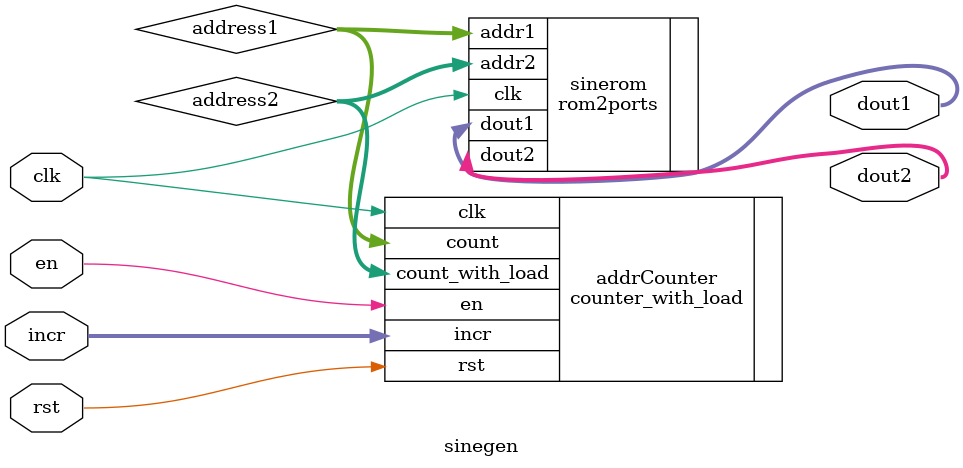
<source format=sv>
module sinegen #(
    parameter   A_WIDTH = 8, 
                D_WIDTH = 8  
    ) (
        // interface signals
        input logic                     clk, 
        input logic                     rst, 
        input logic                     en, 
        input logic     [A_WIDTH-1:0]   incr, 
        output logic    [D_WIDTH-1:0]   dout1, 
        output logic    [D_WIDTH-1:0]   dout2
    );

        logic [A_WIDTH-1:0]             address1;
        logic [A_WIDTH-1:0]             address2;

    counter_with_load addrCounter (
        .clk(clk), 
        .rst(rst), 
        .en(en), 
        .incr(incr), 
        .count(address1), 
        .count_with_load(address2)
    );

    rom2ports sinerom (
        .clk(clk), 
        .addr1(address1),
        .addr2(address2), 
        .dout1(dout1), 
        .dout2(dout2)
    );

endmodule

</source>
